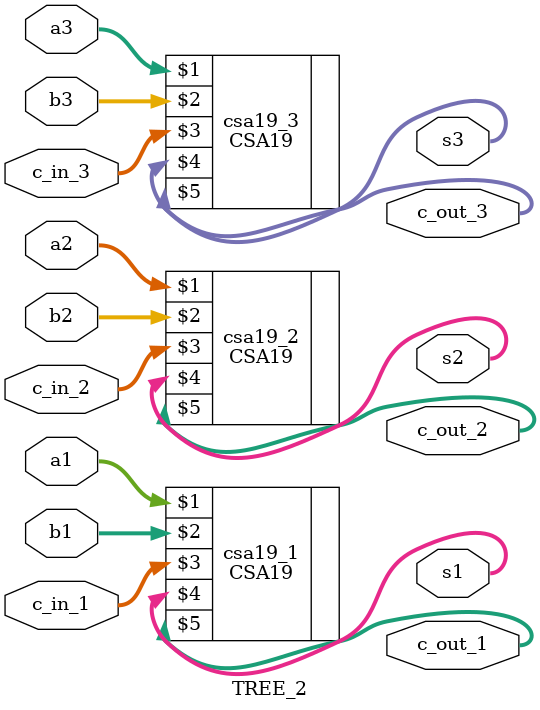
<source format=v>
`timescale 1ns / 1ps


(* keep_hierarchy = "yes" *) module TREE_2(a1, a2, a3, b1, b2, b3, c_in_1, c_in_2, c_in_3, s1, s2, s3, c_out_1, c_out_2, c_out_3);
    input [18:0] a1, a2, a3, b1, b2, b3, c_in_1, c_in_2, c_in_3;
    output [18:0] s1, s2, s3, c_out_1, c_out_2, c_out_3;
    
    CSA19 csa19_1(a1, b1, c_in_1, s1, c_out_1);
    CSA19 csa19_2(a2, b2, c_in_2, s2, c_out_2);
    CSA19 csa19_3(a3, b3, c_in_3, s3, c_out_3);
    
endmodule
</source>
